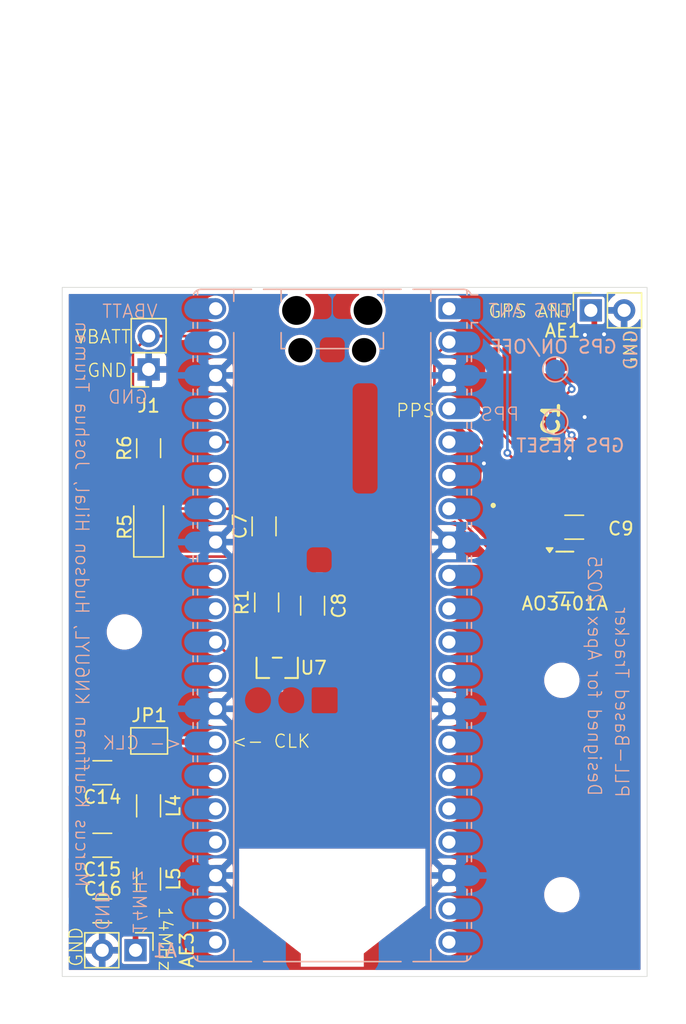
<source format=kicad_pcb>
(kicad_pcb (version 20241229) (generator "pcbnew") (generator_version "9.0")
  (layers (0 "F.Cu" signal) (2 "B.Cu" signal) (13 "F.Paste" user) (15 "B.Paste" user) (5 "F.SilkS" user "F.Silkscreen") (7 "B.SilkS" user "B.Silkscreen") (1 "F.Mask" user) (3 "B.Mask" user) (25 "Edge.Cuts" user))
  (net 0 "")
  (net 6 "GND")
  (net 9 "/GP2")
  (net 12 "/UART1_RX")
  (net 18 "/RESET")
  (net 20 "/MEASURE_VBAT")
  (net 25 "/GP5")
  (net 26 "/UART1_TX")
  (net 30 "+3V3")
  (net 32 "/CLK")
  (net 33 "Net-(AE1-A)")
  (net 34 "Net-(AE3-A)")
  (net 35 "Net-(U7-VCC)")
  (net 36 "Net-(JP1-B)")
  (net 37 "Net-(C15-Pad1)")
  (net 42 "Net-(IC1-ON{slash}OFF)")
  (net 43 "Net-(IC1-NRESET)")
  (net 48 "+BATT")
  (net 49 "Net-(IC1-VCC)")
  (footprint "Capacitor_SMD:C_1206_3216Metric" (layer "F.Cu") (at 66.47 115.25 180)
    (property "Reference" "C15" (at 0 -1.85 0) (layer "F.SilkS"))
    (property "Value" "300pF")
    (pad "1" smd roundrect (at -1.475 0 180) (size 1.15 1.8) (layers "F.Cu" "F.Mask" "F.Paste") (roundrect_rratio 0.217391) (net 37 "Net-(C15-Pad1)"))
    (pad "2" smd roundrect (at 1.475 0 180) (size 1.15 1.8) (layers "F.Cu" "F.Mask" "F.Paste") (roundrect_rratio 0.217391) (net 6 "GND"))
  )
  (footprint "Capacitor_SMD:C_1206_3216Metric" (layer "F.Cu") (at 66.47 109.725 180)
    (property "Reference" "C14" (at 0 -1.85 0) (layer "F.SilkS"))
    (property "Value" "180pF")
    (pad "1" smd roundrect (at -1.475 0 180) (size 1.15 1.8) (layers "F.Cu" "F.Mask" "F.Paste") (roundrect_rratio 0.217391) (net 36 "Net-(JP1-B)"))
    (pad "2" smd roundrect (at 1.475 0 180) (size 1.15 1.8) (layers "F.Cu" "F.Mask" "F.Paste") (roundrect_rratio 0.217391) (net 6 "GND"))
  )
  (footprint "Jumper:SolderJumper-2_P1.3mm_Open_Pad1.0x1.5mm" (layer "F.Cu") (at 70.04 107.3 180)
    (property "Reference" "JP1" (at 0 1.95 0) (layer "F.SilkS"))
    (property "Value" "SolderJumper_2_Open")
    (pad "1" smd rect (at -0.65 0 180) (size 1 1.5) (layers "F.Cu" "F.Mask") (net 32 "/CLK"))
    (pad "2" smd rect (at 0.65 0 180) (size 1 1.5) (layers "F.Cu" "F.Mask") (net 36 "Net-(JP1-B)"))
  )
  (footprint "PCM_JLCPCB:Q_SOT-23" (layer "F.Cu") (at 101.73 94.44)
    (property "Reference" "Q2" (hide yes))
    (property "Value" "AO3401A" (at 0 2.4 0) (layer "F.SilkS"))
    (pad "1" smd roundrect (at -0.94 -0.95) (size 1.48 0.6) (layers "F.Cu" "F.Mask" "F.Paste") (net 25 "/GP5"))
    (pad "2" smd roundrect (at -0.94 0.95) (size 1.48 0.6) (layers "F.Cu" "F.Mask" "F.Paste") (net 30 "+3V3"))
    (pad "3" smd roundrect (at 0.94 0) (size 1.48 0.6) (layers "F.Cu" "F.Mask" "F.Paste") (net 49 "Net-(IC1-VCC)"))
  )
  (footprint "Capacitor_SMD:C_1206_3216Metric" (layer "F.Cu") (at 70 85 90)
    (property "Reference" "R6" (at 0 -1.85 90) (layer "F.SilkS"))
    (property "Value" "100kΩ")
    (pad "1" smd roundrect (at -1.475 0 90) (size 1.15 1.8) (layers "F.Cu" "F.Mask" "F.Paste") (roundrect_rratio 0.217391) (net 20 "/MEASURE_VBAT"))
    (pad "2" smd roundrect (at 1.475 0 90) (size 1.15 1.8) (layers "F.Cu" "F.Mask" "F.Paste") (roundrect_rratio 0.217391) (net 6 "GND"))
  )
  (footprint "footprints1:SOT-23_ONS" (layer "F.Cu") (at 79.80004 101.734 180)
    (property "Reference" "U7" (at -2.77996 0 0) (layer "F.SilkS"))
    (property "Value" "MAX809STRG")
    (pad "1" smd rect (at -0.94996 1.016 180) (size 0.5588 1.27) (layers "F.Cu" "F.Mask" "F.Paste") (net 6 "GND"))
    (pad "2" smd rect (at 0.94996 1.016 180) (size 0.5588 1.27) (layers "F.Cu" "F.Mask" "F.Paste") (net 18 "/RESET"))
    (pad "3" smd rect (at 0 -1.016 180) (size 0.5588 1.27) (layers "F.Cu" "F.Mask" "F.Paste") (net 35 "Net-(U7-VCC)"))
  )
  (footprint "Connector_PinSocket_2.54mm:PinSocket_1x02_P2.54mm_Vertical" (layer "F.Cu") (at 70 79 180)
    (property "Reference" "J1" (at 0 -2.77 0) (layer "F.SilkS"))
    (property "Value" "Conn_01x02_Pin")
    (pad "1" thru_hole rect (at 0 0 180) (size 1.7 1.7) (drill 1) (layers "*.Cu" "*.Mask") (net 6 "GND"))
    (pad "2" thru_hole oval (at 0 2.54 180) (size 1.7 1.7) (drill 1) (layers "*.Cu" "*.Mask") (net 48 "+BATT"))
  )
  (footprint "Capacitor_SMD:C_1206_3216Metric" (layer "F.Cu") (at 79 96.75 -90)
    (property "Reference" "R1" (at 0 1.9 90) (layer "F.SilkS"))
    (property "Value" "10kΩ")
    (pad "1" smd roundrect (at -1.475 0 270) (size 1.15 1.8) (layers "F.Cu" "F.Mask" "F.Paste") (roundrect_rratio 0.217391) (net 48 "+BATT"))
    (pad "2" smd roundrect (at 1.475 0 270) (size 1.15 1.8) (layers "F.Cu" "F.Mask" "F.Paste") (roundrect_rratio 0.217391) (net 35 "Net-(U7-VCC)"))
  )
  (footprint "Capacitor_SMD:C_1206_3216Metric" (layer "F.Cu") (at 66.47 120.25 180)
    (property "Reference" "C16" (at -0.04 1.67 0) (layer "F.SilkS"))
    (property "Value" "180pF")
    (pad "1" smd roundrect (at -1.475 0 180) (size 1.15 1.8) (layers "F.Cu" "F.Mask" "F.Paste") (roundrect_rratio 0.217391) (net 34 "Net-(AE3-A)"))
    (pad "2" smd roundrect (at 1.475 0 180) (size 1.15 1.8) (layers "F.Cu" "F.Mask" "F.Paste") (roundrect_rratio 0.217391) (net 6 "GND"))
  )
  (footprint "Inductor_SMD:L_1206_3216Metric" (layer "F.Cu") (at 69.995 117.825 -90)
    (property "Reference" "L5" (at 0 -1.9 90) (layer "F.SilkS"))
    (property "Value" "560nH")
    (pad "1" smd roundrect (at -1.575 0 270) (size 1.05 1.9) (layers "F.Cu" "F.Mask" "F.Paste") (roundrect_rratio 0.238095) (net 37 "Net-(C15-Pad1)"))
    (pad "2" smd roundrect (at 1.575 0 270) (size 1.05 1.9) (layers "F.Cu" "F.Mask" "F.Paste") (roundrect_rratio 0.238095) (net 34 "Net-(AE3-A)"))
  )
  (footprint "Capacitor_SMD:C_1206_3216Metric" (layer "F.Cu") (at 102.445 91.02 180)
    (property "Reference" "C9" (at -3.555 -0.11 0) (layer "F.SilkS"))
    (property "Value" "100nF")
    (pad "1" smd roundrect (at -1.475 0 180) (size 1.15 1.8) (layers "F.Cu" "F.Mask" "F.Paste") (roundrect_rratio 0.217391) (net 49 "Net-(IC1-VCC)"))
    (pad "2" smd roundrect (at 1.475 0 180) (size 1.15 1.8) (layers "F.Cu" "F.Mask" "F.Paste") (roundrect_rratio 0.217391) (net 6 "GND"))
  )
  (footprint "Connector_PinHeader_2.54mm:PinHeader_1x02_P2.54mm_Vertical" (layer "F.Cu") (at 69 123.25 -90)
    (property "Reference" "AE3" (at -0.03 -3.91 90) (layer "F.SilkS"))
    (property "Value" "HF 14MHz ANT")
    (pad "1" thru_hole rect (at 0 0 270) (size 1.7 1.7) (drill 1) (layers "*.Cu" "*.Mask") (net 34 "Net-(AE3-A)"))
    (pad "2" thru_hole oval (at 0 2.54 270) (size 1.7 1.7) (drill 1) (layers "*.Cu" "*.Mask") (net 6 "GND"))
  )
  (footprint "Connector_PinSocket_2.54mm:PinSocket_1x02_P2.54mm_Vertical" (layer "F.Cu") (at 103.71 74.5 90)
    (property "Reference" "AE1" (at -1.55 -2.15 180) (layer "F.SilkS"))
    (property "Value" "Antenna_Shield")
    (pad "1" thru_hole rect (at 0 0 90) (size 1.7 1.7) (drill 1) (layers "*.Cu" "*.Mask") (net 33 "Net-(AE1-A)"))
    (pad "2" thru_hole oval (at 0 2.54 90) (size 1.7 1.7) (drill 1) (layers "*.Cu" "*.Mask") (net 6 "GND"))
  )
  (footprint "MountingHole:MountingHole_2.2mm_M2" (layer "F.Cu") (at 101.5 119.02)
    (property "Reference" "REF**" (hide yes))
    (property "Value" "MountingHole_2.2mm_M2")
    (pad "" np_thru_hole circle (at 0 0) (size 2.2 2.2) (drill 2.2) (layers "*.Cu" "*.Mask"))
  )
  (footprint "ATGM336H-5N31:ATGM336H5N31" (layer "F.Cu") (at 100.67 83.06 -90)
    (property "Reference" "IC1" (at 0 0 90) (layer "F.SilkS") (effects (font (size 1.27 1.27) (thickness 0.254))))
    (property "Value" "ATGM336H-5N31" (hide yes))
    (pad "1" smd rect (at 4.85 4.4) (size 0.8 1.8) (layers "F.Cu" "F.Mask" "F.Paste") (net 6 "GND"))
    (pad "2" smd rect (at 4.85 3.3) (size 0.8 1.8) (layers "F.Cu" "F.Mask" "F.Paste") (net 12 "/UART1_RX"))
    (pad "3" smd rect (at 4.85 2.2) (size 0.8 1.8) (layers "F.Cu" "F.Mask" "F.Paste") (net 26 "/UART1_TX"))
    (pad "4" smd rect (at 4.85 1.1) (size 0.8 1.8) (layers "F.Cu" "F.Mask" "F.Paste") (net 9 "/GP2"))
    (pad "5" smd rect (at 4.85 0) (size 0.8 1.8) (layers "F.Cu" "F.Mask" "F.Paste") (net 42 "Net-(IC1-ON{slash}OFF)"))
    (pad "6" smd rect (at 4.85 -1.1) (size 0.8 1.8) (layers "F.Cu" "F.Mask" "F.Paste"))
    (pad "7" smd rect (at 4.85 -2.2) (size 0.8 1.8) (layers "F.Cu" "F.Mask" "F.Paste"))
    (pad "8" smd rect (at 4.85 -3.3) (size 0.8 1.8) (layers "F.Cu" "F.Mask" "F.Paste") (net 49 "Net-(IC1-VCC)"))
    (pad "9" smd rect (at 4.85 -4.4) (size 0.8 1.8) (layers "F.Cu" "F.Mask" "F.Paste") (net 43 "Net-(IC1-NRESET)"))
    (pad "10" smd rect (at -4.85 -4.4) (size 0.8 1.8) (layers "F.Cu" "F.Mask" "F.Paste") (net 6 "GND"))
    (pad "11" smd rect (at -4.85 -3.3) (size 0.8 1.8) (layers "F.Cu" "F.Mask" "F.Paste") (net 33 "Net-(AE1-A)"))
    (pad "12" smd rect (at -4.85 -2.2) (size 0.8 1.8) (layers "F.Cu" "F.Mask" "F.Paste") (net 6 "GND"))
    (pad "13" smd rect (at -4.85 -1.1) (size 0.8 1.8) (layers "F.Cu" "F.Mask" "F.Paste"))
    (pad "14" smd rect (at -4.85 0) (size 0.8 1.8) (layers "F.Cu" "F.Mask" "F.Paste"))
    (pad "15" smd rect (at -4.85 1.1) (size 0.8 1.8) (layers "F.Cu" "F.Mask" "F.Paste"))
    (pad "16" smd rect (at -4.85 2.2) (size 0.8 1.8) (layers "F.Cu" "F.Mask" "F.Paste"))
    (pad "17" smd rect (at -4.85 3.3) (size 0.8 1.8) (layers "F.Cu" "F.Mask" "F.Paste"))
    (pad "18" smd rect (at -4.85 4.4) (size 0.8 1.8) (layers "F.Cu" "F.Mask" "F.Paste"))
  )
  (footprint "Inductor_SMD:L_1206_3216Metric" (layer "F.Cu") (at 69.995 112.25 -90)
    (property "Reference" "L4" (at 0 -1.9 90) (layer "F.SilkS"))
    (property "Value" "560nH")
    (pad "1" smd roundrect (at -1.575 0 270) (size 1.05 1.9) (layers "F.Cu" "F.Mask" "F.Paste") (roundrect_rratio 0.238095) (net 36 "Net-(JP1-B)"))
    (pad "2" smd roundrect (at 1.575 0 270) (size 1.05 1.9) (layers "F.Cu" "F.Mask" "F.Paste") (roundrect_rratio 0.238095) (net 37 "Net-(C15-Pad1)"))
  )
  (footprint "Capacitor_SMD:C_1206_3216Metric" (layer "F.Cu") (at 82.5 97 90)
    (property "Reference" "C8" (at 0 2 90) (layer "F.SilkS"))
    (property "Value" "100nF")
    (pad "1" smd roundrect (at -1.475 0 90) (size 1.15 1.8) (layers "F.Cu" "F.Mask" "F.Paste") (roundrect_rratio 0.217391) (net 35 "Net-(U7-VCC)"))
    (pad "2" smd roundrect (at 1.475 0 90) (size 1.15 1.8) (layers "F.Cu" "F.Mask" "F.Paste") (roundrect_rratio 0.217391) (net 6 "GND"))
  )
  (footprint "Capacitor_SMD:C_1206_3216Metric" (layer "F.Cu") (at 78.8 90.955 90)
    (property "Reference" "C7" (at 0 -1.85 90) (layer "F.SilkS"))
    (property "Value" "1nF")
    (pad "1" smd roundrect (at -1.475 0 90) (size 1.15 1.8) (layers "F.Cu" "F.Mask" "F.Paste") (roundrect_rratio 0.217391) (net 6 "GND"))
    (pad "2" smd roundrect (at 1.475 0 90) (size 1.15 1.8) (layers "F.Cu" "F.Mask" "F.Paste") (roundrect_rratio 0.217391) (net 20 "/MEASURE_VBAT"))
  )
  (footprint "MountingHole:MountingHole_2.2mm_M2" (layer "F.Cu") (at 68.15 99)
    (property "Reference" "REF**" (hide yes))
    (property "Value" "MountingHole_2.2mm_M2")
    (pad "" np_thru_hole circle (at 0 0) (size 2.2 2.2) (drill 2.2) (layers "*.Cu" "*.Mask"))
  )
  (footprint "MountingHole:MountingHole_2.2mm_M2" (layer "F.Cu") (at 101.5 102.68)
    (property "Reference" "REF**" (hide yes))
    (property "Value" "MountingHole_2.2mm_M2")
    (pad "" np_thru_hole circle (at 0 0) (size 2.2 2.2) (drill 2.2) (layers "*.Cu" "*.Mask"))
  )
  (footprint "Diode_SMD:D_1206_3216Metric" (layer "F.Cu") (at 70 91 90)
    (property "Reference" "R5" (at 0 -1.82 90) (layer "F.SilkS"))
    (property "Value" "200kΩ")
    (pad "1" smd roundrect (at -1.4 0 90) (size 1.25 1.75) (layers "F.Cu" "F.Mask" "F.Paste") (roundrect_rratio 0.2) (net 48 "+BATT"))
    (pad "2" smd roundrect (at 1.4 0 90) (size 1.25 1.75) (layers "F.Cu" "F.Mask" "F.Paste") (roundrect_rratio 0.2) (net 20 "/MEASURE_VBAT"))
  )
  (footprint "Module:RaspberryPi_Pico_Common_Unspecified" (layer "B.Cu") (at 84 98.505 180)
    (property "Reference" "A1" (at 11.7475 -24.765 0) (layer "B.SilkS") (effects (justify left mirror)))
    (property "Value" "RaspberryPi_Pico")
    (pad "" np_thru_hole circle (at -2.725 24 180) (size 2.2 2.2) (drill 2.2) (layers "*.Mask"))
    (pad "" np_thru_hole circle (at -2.425 20.97 180) (size 1.85 1.85) (drill 1.85) (layers "*.Mask"))
    (pad "" np_thru_hole circle (at 2.425 20.97 180) (size 1.85 1.85) (drill 1.85) (layers "*.Mask"))
    (pad "" np_thru_hole circle (at 2.725 24 180) (size 2.2 2.2) (drill 2.2) (layers "*.Mask"))
    (pad "1" smd custom (at -9.69 24.13 180) (size 1.6 0.8) (layers "B.Cu" "B.Mask") (net 26 "/UART1_TX") (options (clearance outline) (anchor rect)) (primitives (gr_circle (center 0.8 0) (end 1.6 0) (width 0) (fill yes)) (gr_poly (pts (xy -1.6 0.6) (xy -1.6 -0.6) (xy -1.4 -0.8) (xy 0.8 -0.8) (xy 0.8 0.8) (xy -1.4 0.8)) (width 0) (fill yes)) (gr_circle (center -1.4 0.6) (end -1.2 0.6) (width 0) (fill yes)) (gr_circle (center -1.4 -0.6) (end -1.2 -0.6) (width 0) (fill yes))))
    (pad "1" thru_hole roundrect (at -8.89 24.13 180) (size 1.6 1.6) (drill 1) (layers "*.Cu" "*.Mask") (roundrect_rratio 0.125) (net 26 "/UART1_TX"))
    (pad "2" smd roundrect (at -9.69 21.59 180) (size 3.2 1.6) (layers "B.Cu" "B.Mask") (roundrect_rratio 0.5) (net 12 "/UART1_RX"))
    (pad "2" thru_hole circle (at -8.89 21.59 180) (size 1.6 1.6) (drill 1) (layers "*.Cu" "*.Mask") (net 12 "/UART1_RX"))
    (pad "3" smd custom (at -9.69 19.05 180) (size 1.6 0.8) (layers "B.Cu" "B.Mask") (net 6 "GND") (options (clearance outline) (anchor rect)) (primitives (gr_circle (center -0.8 0) (end 0 0) (width 0) (fill yes)) (gr_poly (pts (xy 1.6 0.6) (xy 1.6 -0.6) (xy 1.4 -0.8) (xy -0.8 -0.8) (xy -0.8 0.8) (xy 1.4 0.8)) (width 0) (fill yes)) (gr_circle (center 1.4 0.6) (end 1.6 0.6) (width 0) (fill yes)) (gr_circle (center 1.4 -0.6) (end 1.6 -0.6) (width 0) (fill yes))))
    (pad "3" thru_hole custom (at -8.89 19.05 180) (size 1.6 1.6) (drill 1) (layers "*.Cu" "*.Mask") (net 6 "GND") (options (clearance outline) (anchor circle)) (primitives (gr_poly (pts (xy 0.8 -0.6) (xy 0.8 0.6) (xy 0.6 0.8) (xy 0 0.8) (xy 0 -0.8) (xy 0.6 -0.8)) (width 0) (fill yes)) (gr_circle (center 0.6 -0.6) (end 0.8 -0.6) (width 0) (fill yes)) (gr_circle (center 0.6 0.6) (end 0.8 0.6) (width 0) (fill yes))))
    (pad "4" smd roundrect (at -9.69 16.51 180) (size 3.2 1.6) (layers "B.Cu" "B.Mask") (roundrect_rratio 0.5) (net 9 "/GP2"))
    (pad "4" thru_hole circle (at -8.89 16.51 180) (size 1.6 1.6) (drill 1) (layers "*.Cu" "*.Mask") (net 9 "/GP2"))
    (pad "5" smd roundrect (at -9.69 13.97 180) (size 3.2 1.6) (layers "B.Cu" "B.Mask") (roundrect_rratio 0.5))
    (pad "5" thru_hole circle (at -8.89 13.97 180) (size 1.6 1.6) (drill 1) (layers "*.Cu" "*.Mask"))
    (pad "6" smd roundrect (at -9.69 11.43 180) (size 3.2 1.6) (layers "B.Cu" "B.Mask") (roundrect_rratio 0.5))
    (pad "6" thru_hole circle (at -8.89 11.43 180) (size 1.6 1.6) (drill 1) (layers "*.Cu" "*.Mask"))
    (pad "7" smd roundrect (at -9.69 8.89 180) (size 3.2 1.6) (layers "B.Cu" "B.Mask") (roundrect_rratio 0.5) (net 25 "/GP5"))
    (pad "7" thru_hole circle (at -8.89 8.89 180) (size 1.6 1.6) (drill 1) (layers "*.Cu" "*.Mask") (net 25 "/GP5"))
    (pad "8" smd custom (at -9.69 6.35 180) (size 1.6 0.8) (layers "B.Cu" "B.Mask") (net 6 "GND") (options (clearance outline) (anchor rect)) (primitives (gr_circle (center -0.8 0) (end 0 0) (width 0) (fill yes)) (gr_poly (pts (xy 1.6 0.6) (xy 1.6 -0.6) (xy 1.4 -0.8) (xy -0.8 -0.8) (xy -0.8 0.8) (xy 1.4 0.8)) (width 0) (fill yes)) (gr_circle (center 1.4 0.6) (end 1.6 0.6) (width 0) (fill yes)) (gr_circle (center 1.4 -0.6) (end 1.6 -0.6) (width 0) (fill yes))))
    (pad "8" thru_hole custom (at -8.89 6.35 180) (size 1.6 1.6) (drill 1) (layers "*.Cu" "*.Mask") (net 6 "GND") (options (clearance outline) (anchor circle)) (primitives (gr_poly (pts (xy 0.8 -0.6) (xy 0.8 0.6) (xy 0.6 0.8) (xy 0 0.8) (xy 0 -0.8) (xy 0.6 -0.8)) (width 0) (fill yes)) (gr_circle (center 0.6 -0.6) (end 0.8 -0.6) (width 0) (fill yes)) (gr_circle (center 0.6 0.6) (end 0.8 0.6) (width 0) (fill yes))))
    (pad "9" smd roundrect (at -9.69 3.81 180) (size 3.2 1.6) (layers "B.Cu" "B.Mask") (roundrect_rratio 0.5))
    (pad "9" thru_hole circle (at -8.89 3.81 180) (size 1.6 1.6) (drill 1) (layers "*.Cu" "*.Mask"))
    (pad "10" smd roundrect (at -9.69 1.27 180) (size 3.2 1.6) (layers "B.Cu" "B.Mask") (roundrect_rratio 0.5))
    (pad "10" thru_hole circle (at -8.89 1.27 180) (size 1.6 1.6) (drill 1) (layers "*.Cu" "*.Mask"))
    (pad "11" smd roundrect (at -9.69 -1.27 180) (size 3.2 1.6) (layers "B.Cu" "B.Mask") (roundrect_rratio 0.5))
    (pad "11" thru_hole circle (at -8.89 -1.27 180) (size 1.6 1.6) (drill 1) (layers "*.Cu" "*.Mask"))
    (pad "12" smd roundrect (at -9.69 -3.81 180) (size 3.2 1.6) (layers "B.Cu" "B.Mask") (roundrect_rratio 0.5))
    (pad "12" thru_hole circle (at -8.89 -3.81 180) (size 1.6 1.6) (drill 1) (layers "*.Cu" "*.Mask"))
    (pad "13" smd custom (at -9.69 -6.35 180) (size 1.6 0.8) (layers "B.Cu" "B.Mask") (net 6 "GND") (options (clearance outline) (anchor rect)) (primitives (gr_circle (center -0.8 0) (end 0 0) (width 0) (fill yes)) (gr_poly (pts (xy 1.6 0.6) (xy 1.6 -0.6) (xy 1.4 -0.8) (xy -0.8 -0.8) (xy -0.8 0.8) (xy 1.4 0.8)) (width 0) (fill yes)) (gr_circle (center 1.4 0.6) (end 1.6 0.6) (width 0) (fill yes)) (gr_circle (center 1.4 -0.6) (end 1.6 -0.6) (width 0) (fill yes))))
    (pad "13" thru_hole custom (at -8.89 -6.35 180) (size 1.6 1.6) (drill 1) (layers "*.Cu" "*.Mask") (net 6 "GND") (options (clearance outline) (anchor circle)) (primitives (gr_poly (pts (xy 0.8 -0.6) (xy 0.8 0.6) (xy 0.6 0.8) (xy 0 0.8) (xy 0 -0.8) (xy 0.6 -0.8)) (width 0) (fill yes)) (gr_circle (center 0.6 -0.6) (end 0.8 -0.6) (width 0) (fill yes)) (gr_circle (center 0.6 0.6) (end 0.8 0.6) (width 0) (fill yes))))
    (pad "14" smd roundrect (at -9.69 -8.89 180) (size 3.2 1.6) (layers "B.Cu" "B.Mask") (roundrect_rratio 0.5))
    (pad "14" thru_hole circle (at -8.89 -8.89 180) (size 1.6 1.6) (drill 1) (layers "*.Cu" "*.Mask"))
    (pad "15" smd roundrect (at -9.69 -11.43 180) (size 3.2 1.6) (layers "B.Cu" "B.Mask") (roundrect_rratio 0.5))
    (pad "15" thru_hole circle (at -8.89 -11.43 180) (size 1.6 1.6) (drill 1) (layers "*.Cu" "*.Mask"))
    (pad "16" smd roundrect (at -9.69 -13.97 180) (size 3.2 1.6) (layers "B.Cu" "B.Mask") (roundrect_rratio 0.5))
    (pad "16" thru_hole circle (at -8.89 -13.97 180) (size 1.6 1.6) (drill 1) (layers "*.Cu" "*.Mask"))
    (pad "17" smd roundrect (at -9.69 -16.51 180) (size 3.2 1.6) (layers "B.Cu" "B.Mask") (roundrect_rratio 0.5))
    (pad "17" thru_hole circle (at -8.89 -16.51 180) (size 1.6 1.6) (drill 1) (layers "*.Cu" "*.Mask"))
    (pad "18" smd custom (at -9.69 -19.05 180) (size 1.6 0.8) (layers "B.Cu" "B.Mask") (net 6 "GND") (options (clearance outline) (anchor rect)) (primitives (gr_circle (center -0.8 0) (end 0 0) (width 0) (fill yes)) (gr_poly (pts (xy 1.6 0.6) (xy 1.6 -0.6) (xy 1.4 -0.8) (xy -0.8 -0.8) (xy -0.8 0.8) (xy 1.4 0.8)) (width 0) (fill yes)) (gr_circle (center 1.4 0.6) (end 1.6 0.6) (width 0) (fill yes)) (gr_circle (center 1.4 -0.6) (end 1.6 -0.6) (width 0) (fill yes))))
    (pad "18" thru_hole custom (at -8.89 -19.05 180) (size 1.6 1.6) (drill 1) (layers "*.Cu" "*.Mask") (net 6 "GND") (options (clearance outline) (anchor circle)) (primitives (gr_poly (pts (xy 0.8 -0.6) (xy 0.8 0.6) (xy 0.6 0.8) (xy 0 0.8) (xy 0 -0.8) (xy 0.6 -0.8)) (width 0) (fill yes)) (gr_circle (center 0.6 -0.6) (end 0.8 -0.6) (width 0) (fill yes)) (gr_circle (center 0.6 0.6) (end 0.8 0.6) (width 0) (fill yes))))
    (pad "19" smd roundrect (at -9.69 -21.59 180) (size 3.2 1.6) (layers "B.Cu" "B.Mask") (roundrect_rratio 0.5))
    (pad "19" thru_hole circle (at -8.89 -21.59 180) (size 1.6 1.6) (drill 1) (layers "*.Cu" "*.Mask"))
    (pad "20" smd roundrect (at -9.69 -24.13 180) (size 3.2 1.6) (layers "B.Cu" "B.Mask") (roundrect_rratio 0.5))
    (pad "20" thru_hole circle (at -8.89 -24.13 180) (size 1.6 1.6) (drill 1) (layers "*.Cu" "*.Mask"))
    (pad "21" thru_hole circle (at 8.89 -24.13 180) (size 1.6 1.6) (drill 1) (layers "*.Cu" "*.Mask"))
    (pad "21" smd roundrect (at 9.69 -24.13 180) (size 3.2 1.6) (layers "B.Cu" "B.Mask") (roundrect_rratio 0.5))
    (pad "22" thru_hole circle (at 8.89 -21.59 180) (size 1.6 1.6) (drill 1) (layers "*.Cu" "*.Mask"))
    (pad "22" smd roundrect (at 9.69 -21.59 180) (size 3.2 1.6) (layers "B.Cu" "B.Mask") (roundrect_rratio 0.5))
    (pad "23" thru_hole custom (at 8.89 -19.05 180) (size 1.6 1.6) (drill 1) (layers "*.Cu" "*.Mask") (net 6 "GND") (options (clearance outline) (anchor circle)) (primitives (gr_poly (pts (xy -0.8 -0.6) (xy -0.8 0.6) (xy -0.6 0.8) (xy 0 0.8) (xy 0 -0.8) (xy -0.6 -0.8)) (width 0) (fill yes)) (gr_circle (center -0.6 -0.6) (end -0.4 -0.6) (width 0) (fill yes)) (gr_circle (center -0.6 0.6) (end -0.4 0.6) (width 0) (fill yes))))
    (pad "23" smd custom (at 9.69 -19.05 180) (size 1.6 0.8) (layers "B.Cu" "B.Mask") (net 6 "GND") (options (clearance outline) (anchor rect)) (primitives (gr_circle (center 0.8 0) (end 1.6 0) (width 0) (fill yes)) (gr_poly (pts (xy -1.6 0.6) (xy -1.6 -0.6) (xy -1.4 -0.8) (xy 0.8 -0.8) (xy 0.8 0.8) (xy -1.4 0.8)) (width 0) (fill yes)) (gr_circle (center -1.4 0.6) (end -1.2 0.6) (width 0) (fill yes)) (gr_circle (center -1.4 -0.6) (end -1.2 -0.6) (width 0) (fill yes))))
    (pad "24" thru_hole circle (at 8.89 -16.51 180) (size 1.6 1.6) (drill 1) (layers "*.Cu" "*.Mask"))
    (pad "24" smd roundrect (at 9.69 -16.51 180) (size 3.2 1.6) (layers "B.Cu" "B.Mask") (roundrect_rratio 0.5))
    (pad "25" thru_hole circle (at 8.89 -13.97 180) (size 1.6 1.6) (drill 1) (layers "*.Cu" "*.Mask"))
    (pad "25" smd roundrect (at 9.69 -13.97 180) (size 3.2 1.6) (layers "B.Cu" "B.Mask") (roundrect_rratio 0.5))
    (pad "26" thru_hole circle (at 8.89 -11.43 180) (size 1.6 1.6) (drill 1) (layers "*.Cu" "*.Mask"))
    (pad "26" smd roundrect (at 9.69 -11.43 180) (size 3.2 1.6) (layers "B.Cu" "B.Mask") (roundrect_rratio 0.5))
    (pad "27" thru_hole circle (at 8.89 -8.89 180) (size 1.6 1.6) (drill 1) (layers "*.Cu" "*.Mask") (net 32 "/CLK"))
    (pad "27" smd roundrect (at 9.69 -8.89 180) (size 3.2 1.6) (layers "B.Cu" "B.Mask") (roundrect_rratio 0.5) (net 32 "/CLK"))
    (pad "28" thru_hole custom (at 8.89 -6.35 180) (size 1.6 1.6) (drill 1) (layers "*.Cu" "*.Mask") (net 6 "GND") (options (clearance outline) (anchor circle)) (primitives (gr_poly (pts (xy -0.8 -0.6) (xy -0.8 0.6) (xy -0.6 0.8) (xy 0 0.8) (xy 0 -0.8) (xy -0.6 -0.8)) (width 0) (fill yes)) (gr_circle (center -0.6 -0.6) (end -0.4 -0.6) (width 0) (fill yes)) (gr_circle (center -0.6 0.6) (end -0.4 0.6) (width 0) (fill yes))))
    (pad "28" smd custom (at 9.69 -6.35 180) (size 1.6 0.8) (layers "B.Cu" "B.Mask") (net 6 "GND") (options (clearance outline) (anchor rect)) (primitives (gr_circle (center 0.8 0) (end 1.6 0) (width 0) (fill yes)) (gr_poly (pts (xy -1.6 0.6) (xy -1.6 -0.6) (xy -1.4 -0.8) (xy 0.8 -0.8) (xy 0.8 0.8) (xy -1.4 0.8)) (width 0) (fill yes)) (gr_circle (center -1.4 0.6) (end -1.2 0.6) (width 0) (fill yes)) (gr_circle (center -1.4 -0.6) (end -1.2 -0.6) (width 0) (fill yes))))
    (pad "29" thru_hole circle (at 8.89 -3.81 180) (size 1.6 1.6) (drill 1) (layers "*.Cu" "*.Mask"))
    (pad "29" smd roundrect (at 9.69 -3.81 180) (size 3.2 1.6) (layers "B.Cu" "B.Mask") (roundrect_rratio 0.5))
    (pad "30" thru_hole circle (at 8.89 -1.27 180) (size 1.6 1.6) (drill 1) (layers "*.Cu" "*.Mask") (net 18 "/RESET"))
    (pad "30" smd roundrect (at 9.69 -1.27 180) (size 3.2 1.6) (layers "B.Cu" "B.Mask") (roundrect_rratio 0.5) (net 18 "/RESET"))
    (pad "31" thru_hole circle (at 8.89 1.27 180) (size 1.6 1.6) (drill 1) (layers "*.Cu" "*.Mask"))
    (pad "31" smd roundrect (at 9.69 1.27 180) (size 3.2 1.6) (layers "B.Cu" "B.Mask") (roundrect_rratio 0.5))
    (pad "32" thru_hole circle (at 8.89 3.81 180) (size 1.6 1.6) (drill 1) (layers "*.Cu" "*.Mask"))
    (pad "32" smd roundrect (at 9.69 3.81 180) (size 3.2 1.6) (layers "B.Cu" "B.Mask") (roundrect_rratio 0.5))
    (pad "33" thru_hole custom (at 8.89 6.35 180) (size 1.6 1.6) (drill 1) (layers "*.Cu" "*.Mask") (net 6 "GND") (options (clearance outline) (anchor circle)) (primitives (gr_poly (pts (xy -0.8 -0.6) (xy -0.8 0.6) (xy -0.6 0.8) (xy 0 0.8) (xy 0 -0.8) (xy -0.6 -0.8)) (width 0) (fill yes)) (gr_circle (center -0.6 -0.6) (end -0.4 -0.6) (width 0) (fill yes)) (gr_circle (center -0.6 0.6) (end -0.4 0.6) (width 0) (fill yes))))
    (pad "33" smd custom (at 9.69 6.35 180) (size 1.6 0.8) (layers "B.Cu" "B.Mask") (net 6 "GND") (options (clearance outline) (anchor rect)) (primitives (gr_circle (center 0.8 0) (end 1.6 0) (width 0) (fill yes)) (gr_poly (pts (xy -1.6 0.6) (xy -1.6 -0.6) (xy -1.4 -0.8) (xy 0.8 -0.8) (xy 0.8 0.8) (xy -1.4 0.8)) (width 0) (fill yes)) (gr_circle (center -1.4 0.6) (end -1.2 0.6) (width 0) (fill yes)) (gr_circle (center -1.4 -0.6) (end -1.2 -0.6) (width 0) (fill yes))))
    (pad "34" thru_hole circle (at 8.89 8.89 180) (size 1.6 1.6) (drill 1) (layers "*.Cu" "*.Mask") (net 20 "/MEASURE_VBAT"))
    (pad "34" smd roundrect (at 9.69 8.89 180) (size 3.2 1.6) (layers "B.Cu" "B.Mask") (roundrect_rratio 0.5) (net 20 "/MEASURE_VBAT"))
    (pad "35" thru_hole circle (at 8.89 11.43 180) (size 1.6 1.6) (drill 1) (layers "*.Cu" "*.Mask"))
    (pad "35" smd roundrect (at 9.69 11.43 180) (size 3.2 1.6) (layers "B.Cu" "B.Mask") (roundrect_rratio 0.5))
    (pad "36" thru_hole circle (at 8.89 13.97 180) (size 1.6 1.6) (drill 1) (layers "*.Cu" "*.Mask") (net 30 "+3V3"))
    (pad "36" smd roundrect (at 9.69 13.97 180) (size 3.2 1.6) (layers "B.Cu" "B.Mask") (roundrect_rratio 0.5) (net 30 "+3V3"))
    (pad "37" thru_hole circle (at 8.89 16.51 180) (size 1.6 1.6) (drill 1) (layers "*.Cu" "*.Mask"))
    (pad "37" smd roundrect (at 9.69 16.51 180) (size 3.2 1.6) (layers "B.Cu" "B.Mask") (roundrect_rratio 0.5))
    (pad "38" thru_hole custom (at 8.89 19.05 180) (size 1.6 1.6) (drill 1) (layers "*.Cu" "*.Mask") (net 6 "GND") (options (clearance outline) (anchor circle)) (primitives (gr_poly (pts (xy -0.8 -0.6) (xy -0.8 0.6) (xy -0.6 0.8) (xy 0 0.8) (xy 0 -0.8) (xy -0.6 -0.8)) (width 0) (fill yes)) (gr_circle (center -0.6 -0.6) (end -0.4 -0.6) (width 0) (fill yes)) (gr_circle (center -0.6 0.6) (end -0.4 0.6) (width 0) (fill yes))))
    (pad "38" smd custom (at 9.69 19.05 180) (size 1.6 0.8) (layers "B.Cu" "B.Mask") (net 6 "GND") (options (clearance outline) (anchor rect)) (primitives (gr_circle (center 0.8 0) (end 1.6 0) (width 0) (fill yes)) (gr_poly (pts (xy -1.6 0.6) (xy -1.6 -0.6) (xy -1.4 -0.8) (xy 0.8 -0.8) (xy 0.8 0.8) (xy -1.4 0.8)) (width 0) (fill yes)) (gr_circle (center -1.4 0.6) (end -1.2 0.6) (width 0) (fill yes)) (gr_circle (center -1.4 -0.6) (end -1.2 -0.6) (width 0) (fill yes))))
    (pad "39" thru_hole circle (at 8.89 21.59 180) (size 1.6 1.6) (drill 1) (layers "*.Cu" "*.Mask") (net 48 "+BATT"))
    (pad "39" smd roundrect (at 9.69 21.59 180) (size 3.2 1.6) (layers "B.Cu" "B.Mask") (roundrect_rratio 0.5) (net 48 "+BATT"))
    (pad "40" thru_hole circle (at 8.89 24.13 180) (size 1.6 1.6) (drill 1) (layers "*.Cu" "*.Mask"))
    (pad "40" smd roundrect (at 9.69 24.13 180) (size 3.2 1.6) (layers "B.Cu" "B.Mask") (roundrect_rratio 0.5))
    (zone (net 0) (net_name "") (layers "F.Cu" "B.Cu" "F.Paste" "B.Paste") (name "Antenna Copper Keep Out") (connect_pads (clearance 0)) (min_thickness 0.254)
      (keepout (tracks not_allowed) (vias not_allowed) (pads not_allowed) (copperpour not_allowed) (footprints allowed))
      (fill (thermal_gap 0.508) (thermal_bridge_width 0.508))
      (polygon (pts (xy 86.4 123.494895) (xy 91.1 119.844895) (xy 91.1 115.505) (xy 76.9 115.505) (xy 76.9 119.844895) (xy 81.6 123.494895) (xy 81.6 124.505) (xy 86.4 124.505)))
    )
    (zone (net 0) (net_name "") (layers "B.Cu" "B.Paste") (name "Pad Keep Out D1-W") (connect_pads (clearance 0)) (min_thickness 0.25)
      (keepout (tracks not_allowed) (vias not_allowed) (pads not_allowed) (copperpour not_allowed) (footprints allowed))
      (fill (thermal_gap 0.5) (thermal_bridge_width 0.5))
      (polygon (pts (xy 82.6285 105.1924) (xy 83.4159 105.1924) (xy 83.4159 103.2176) (xy 82.6285 103.2176) (xy 82.5891 103.219522) (xy 82.516298 103.249677) (xy 82.460577 103.305398) (xy 82.430422 103.3782) (xy 82.4285 103.4176) (xy 82.4285 104.9924) (xy 82.430422 105.0318) (xy 82.460577 105.104602) (xy 82.516298 105.160323) (xy 82.5891 105.190478)))
    )
    (zone (net 0) (net_name "") (layers "B.Cu" "B.Paste") (name "Pad Keep Out D1-W") (connect_pads (clearance 0)) (min_thickness 0.25)
      (keepout (tracks not_allowed) (vias not_allowed) (pads not_allowed) (copperpour not_allowed) (footprints allowed))
      (fill (thermal_gap 0.5) (thermal_bridge_width 0.5))
      (polygon (pts (xy 84.371222 103.305398) (xy 84.315502 103.249678) (xy 84.2427 103.219522) (xy 84.2033 103.2176) (xy 83.4159 103.2176) (xy 83.4159 105.1924) (xy 84.2033 105.1924) (xy 84.2427 105.190478) (xy 84.315502 105.160322) (xy 84.371222 105.104602) (xy 84.401378 105.0318) (xy 84.4033 104.9924) (xy 84.4033 103.4176) (xy 84.401378 103.3782)))
    )
    (zone (net 0) (net_name "") (layers "B.Cu" "B.Paste") (name "Pad Keep Out TP2") (connect_pads (clearance 0)) (min_thickness 0.25)
      (keepout (tracks not_allowed) (vias not_allowed) (pads not_allowed) (copperpour not_allowed) (footprints allowed))
      (fill (thermal_gap 0.5) (thermal_bridge_width 0.5))
      (polygon (pts (xy 83 75.17) (xy 82.55 75.17) (xy 82.484455 75.167861) (xy 82.357833 75.133933) (xy 82.244306 75.068388) (xy 82.151612 74.975694) (xy 82.086067 74.862167) (xy 82.052139 74.735545) (xy 82.05 74.67) (xy 82.05 73.77) (xy 82.052139 73.704455) (xy 82.086067 73.577833) (xy 82.151612 73.464306) (xy 82.244306 73.371612) (xy 82.357833 73.306067) (xy 82.484455 73.272139) (xy 82.55 73.27) (xy 83 73.27)))
    )
    (zone (net 0) (net_name "") (layers "B.Cu" "B.Paste") (name "Pad Keep Out TP7") (connect_pads (clearance 0)) (min_thickness 0.25)
      (keepout (tracks not_allowed) (vias not_allowed) (pads not_allowed) (copperpour not_allowed) (footprints allowed))
      (fill (thermal_gap 0.5) (thermal_bridge_width 0.5))
      (polygon (pts (xy 83 94.455) (xy 82.55 94.455) (xy 82.484455 94.452861) (xy 82.357833 94.418933) (xy 82.244306 94.353388) (xy 82.151612 94.260694) (xy 82.086067 94.147167) (xy 82.052139 94.020545) (xy 82.05 93.955) (xy 82.05 93.055) (xy 82.052139 92.989455) (xy 82.086067 92.862833) (xy 82.151612 92.749306) (xy 82.244306 92.656612) (xy 82.357833 92.591067) (xy 82.484455 92.557139) (xy 82.55 92.555) (xy 83 92.555)))
    )
    (zone (net 0) (net_name "") (layers "B.Cu" "B.Paste") (name "Pad Keep Out D2") (connect_pads (clearance 0)) (min_thickness 0.25)
      (keepout (tracks not_allowed) (vias not_allowed) (pads not_allowed) (copperpour not_allowed) (footprints allowed))
      (fill (thermal_gap 0.5) (thermal_bridge_width 0.5))
      (polygon (pts (xy 83.4 121.405) (xy 83.337036 121.407462) (xy 83.217272 121.446376) (xy 83.115394 121.520394) (xy 83.041376 121.622272) (xy 83.002462 121.742036) (xy 83 121.805) (arc (start 83 124.005) (mid 83.292893 124.712107) (end 84 125.005)) (xy 84 121.405)))
    )
    (zone (net 0) (net_name "") (layers "B.Cu" "B.Paste") (name "Pad Keep Out TP2") (connect_pads (clearance 0)) (min_thickness 0.25)
      (keepout (tracks not_allowed) (vias not_allowed) (pads not_allowed) (copperpour not_allowed) (footprints allowed))
      (fill (thermal_gap 0.5) (thermal_bridge_width 0.5))
      (polygon (pts (xy 83.947861 73.704455) (xy 83.913932 73.577833) (xy 83.848388 73.464306) (xy 83.755694 73.371612) (xy 83.642167 73.306068) (xy 83.515545 73.272139) (xy 83.45 73.27) (xy 83 73.27) (xy 83 75.17) (xy 83.45 75.17) (xy 83.515545 75.167861) (xy 83.642167 75.133932) (xy 83.755694 75.068388) (xy 83.848388 74.975694) (xy 83.913932 74.862167) (xy 83.947861 74.735545) (xy 83.95 74.67) (xy 83.95 73.77)))
    )
    (zone (net 0) (net_name "") (layers "B.Cu" "B.Paste") (name "Pad Keep Out TP7") (connect_pads (clearance 0)) (min_thickness 0.25)
      (keepout (tracks not_allowed) (vias not_allowed) (pads not_allowed) (copperpour not_allowed) (footprints allowed))
      (fill (thermal_gap 0.5) (thermal_bridge_width 0.5))
      (polygon (pts (xy 83.947861 92.989455) (xy 83.913932 92.862833) (xy 83.848388 92.749306) (xy 83.755694 92.656612) (xy 83.642167 92.591068) (xy 83.515545 92.557139) (xy 83.45 92.555) (xy 83 92.555) (xy 83 94.455) (xy 83.45 94.455) (xy 83.515545 94.452861) (xy 83.642167 94.418932) (xy 83.755694 94.353388) (xy 83.848388 94.260694) (xy 83.913932 94.147167) (xy 83.947861 94.020545) (xy 83.95 93.955) (xy 83.95 93.055)))
    )
    (zone (net 0) (net_name "") (layers "B.Cu" "B.Paste") (name "Pad Keep Out TP1") (connect_pads (clearance 0)) (min_thickness 0.25)
      (keepout (tracks not_allowed) (vias not_allowed) (pads not_allowed) (copperpour not_allowed) (footprints allowed))
      (fill (thermal_gap 0.5) (thermal_bridge_width 0.5))
      (polygon (pts (xy 84 78.455) (xy 83.55 78.455) (xy 83.484455 78.452861) (xy 83.357833 78.418933) (xy 83.244306 78.353388) (xy 83.151612 78.260694) (xy 83.086067 78.147167) (xy 83.052139 78.020545) (xy 83.05 77.955) (xy 83.05 77.055) (xy 83.052139 76.989455) (xy 83.086067 76.862833) (xy 83.151612 76.749306) (xy 83.244306 76.656612) (xy 83.357833 76.591067) (xy 83.484455 76.557139) (xy 83.55 76.555) (xy 84 76.555)))
    )
    (zone (net 0) (net_name "") (layers "B.Cu" "B.Paste") (name "Pad Keep Out D2") (connect_pads (clearance 0)) (min_thickness 0.25)
      (keepout (tracks not_allowed) (vias not_allowed) (pads not_allowed) (copperpour not_allowed) (footprints allowed))
      (fill (thermal_gap 0.5) (thermal_bridge_width 0.5))
      (polygon (pts (xy 84.6 121.405) (xy 84 121.405) (arc (start 84 125.005) (mid 84.707107 124.712107) (end 85 124.005)) (xy 85 121.805) (xy 84.997807 121.741994) (xy 84.958867 121.622148) (xy 84.884799 121.520201) (xy 84.782852 121.446133) (xy 84.663006 121.407193)))
    )
    (zone (net 0) (net_name "") (layers "B.Cu" "B.Paste") (name "Pad Keep Out TP1") (connect_pads (clearance 0)) (min_thickness 0.25)
      (keepout (tracks not_allowed) (vias not_allowed) (pads not_allowed) (copperpour not_allowed) (footprints allowed))
      (fill (thermal_gap 0.5) (thermal_bridge_width 0.5))
      (polygon (pts (xy 84.947861 76.989455) (xy 84.913932 76.862833) (xy 84.848388 76.749306) (xy 84.755694 76.656612) (xy 84.642167 76.591068) (xy 84.515545 76.557139) (xy 84.45 76.555) (xy 84 76.555) (xy 84 78.455) (xy 84.45 78.455) (xy 84.515545 78.452861) (xy 84.642167 78.418932) (xy 84.755694 78.353388) (xy 84.848388 78.260694) (xy 84.913932 78.147167) (xy 84.947861 78.020545) (xy 84.95 77.955) (xy 84.95 77.055)))
    )
    (zone (net 0) (net_name "") (layers "B.Cu" "B.Paste") (name "Pad Keep Out TP3") (connect_pads (clearance 0)) (min_thickness 0.25)
      (keepout (tracks not_allowed) (vias not_allowed) (pads not_allowed) (copperpour not_allowed) (footprints allowed))
      (fill (thermal_gap 0.5) (thermal_bridge_width 0.5))
      (polygon (pts (xy 85 75.155) (xy 84.55 75.155) (xy 84.484455 75.152861) (xy 84.357833 75.118933) (xy 84.244306 75.053388) (xy 84.151612 74.960694) (xy 84.086067 74.847167) (xy 84.052139 74.720545) (xy 84.05 74.655) (xy 84.05 73.755) (xy 84.052139 73.689455) (xy 84.086067 73.562833) (xy 84.151612 73.449306) (xy 84.244306 73.356612) (xy 84.357833 73.291067) (xy 84.484455 73.257139) (xy 84.55 73.255) (xy 85 73.255)))
    )
    (zone (net 0) (net_name "") (layers "B.Cu" "B.Paste") (name "Pad Keep Out TP4") (connect_pads (clearance 0)) (min_thickness 0.25)
      (keepout (tracks not_allowed) (vias not_allowed) (pads not_allowed) (copperpour not_allowed) (footprints allowed))
      (fill (thermal_gap 0.5) (thermal_bridge_width 0.5))
      (polygon (pts (xy 85.55 84.255) (xy 85.55 80.555) (xy 85.552139 80.489455) (xy 85.586067 80.362833) (xy 85.651612 80.249306) (xy 85.744306 80.156612) (xy 85.857833 80.091067) (xy 85.984455 80.057139) (xy 86.05 80.055) (xy 86.95 80.055) (xy 87.015545 80.057139) (xy 87.142167 80.091067) (xy 87.255694 80.156612) (xy 87.348388 80.249306) (xy 87.413933 80.362833) (xy 87.447861 80.489455) (xy 87.45 80.555) (xy 87.45 84.255)))
    )
    (zone (net 0) (net_name "") (layers "B.Cu" "B.Paste") (name "Pad Keep Out TP3") (connect_pads (clearance 0)) (min_thickness 0.25)
      (keepout (tracks not_allowed) (vias not_allowed) (pads not_allowed) (copperpour not_allowed) (footprints allowed))
      (fill (thermal_gap 0.5) (thermal_bridge_width 0.5))
      (polygon (pts (xy 85.947861 73.689455) (xy 85.913932 73.562833) (xy 85.848388 73.449306) (xy 85.755694 73.356612) (xy 85.642167 73.291068) (xy 85.515545 73.257139) (xy 85.45 73.255) (xy 85 73.255) (xy 85 75.155) (xy 85.45 75.155) (xy 85.515545 75.152861) (xy 85.642167 75.118932) (xy 85.755694 75.053388) (xy 85.848388 74.960694) (xy 85.913932 74.847167) (xy 85.947861 74.720545) (xy 85.95 74.655) (xy 85.95 73.755)))
    )
    (zone (net 0) (net_name "") (layers "B.Cu" "B.Paste") (name "Pad Keep Out TP6") (connect_pads (clearance 0)) (min_thickness 0.25)
      (keepout (tracks not_allowed) (vias not_allowed) (pads not_allowed) (copperpour not_allowed) (footprints allowed))
      (fill (thermal_gap 0.5) (thermal_bridge_width 0.5))
      (polygon (pts (xy 87.015545 88.452861) (xy 87.142167 88.418932) (xy 87.255694 88.353388) (xy 87.348388 88.260694) (xy 87.413932 88.147167) (xy 87.447861 88.020545) (xy 87.45 87.955) (xy 87.45 84.255) (xy 85.55 84.255) (xy 85.55 87.955) (xy 85.552139 88.020545) (xy 85.586068 88.147167) (xy 85.651612 88.260694) (xy 85.744306 88.353388) (xy 85.857833 88.418932) (xy 85.984455 88.452861) (xy 86.05 88.455) (xy 86.95 88.455)))
    )
    (zone (net 0) (net_name "") (layers "B.Cu" "B.Paste") (name "Pad Keep Out D3") (connect_pads (clearance 0)) (min_thickness 0.25)
      (keepout (tracks not_allowed) (vias not_allowed) (pads not_allowed) (copperpour not_allowed) (footprints allowed))
      (fill (thermal_gap 0.5) (thermal_bridge_width 0.5))
      (polygon (pts (arc (start 81.459859 125.004925) (mid 80.752752 124.712032) (end 80.459859 124.004925)) (arc (start 80.459859 122.404925) (mid 80.752752 121.697818) (end 81.459859 121.404925))))
    )
    (zone (net 0) (net_name "") (layers "B.Cu" "B.Paste") (name "Pad Keep Out D3") (connect_pads (clearance 0)) (min_thickness 0.25)
      (keepout (tracks not_allowed) (vias not_allowed) (pads not_allowed) (copperpour not_allowed) (footprints allowed))
      (fill (thermal_gap 0.5) (thermal_bridge_width 0.5))
      (polygon (pts (arc (start 82.459859 124.004925) (mid 82.166966 124.712032) (end 81.459859 125.004925)) (arc (start 81.459859 121.404925) (mid 82.166966 121.697818) (end 82.459859 122.404925))))
    )
    (zone (net 0) (net_name "") (layers "B.Cu" "B.Paste") (name "Pad Keep Out D1") (connect_pads (clearance 0)) (min_thickness 0.25)
      (keepout (tracks not_allowed) (vias not_allowed) (pads not_allowed) (copperpour not_allowed) (footprints allowed))
      (fill (thermal_gap 0.5) (thermal_bridge_width 0.5))
      (polygon (pts (arc (start 86.54 125.005) (mid 85.832893 124.712107) (end 85.54 124.005)) (arc (start 85.54 122.405) (mid 85.832893 121.697893) (end 86.54 121.405))))
    )
    (zone (net 0) (net_name "") (layers "B.Cu" "B.Paste") (name "Pad Keep Out D1") (connect_pads (clearance 0)) (min_thickness 0.25)
      (keepout (tracks not_allowed) (vias not_allowed) (pads not_allowed) (copperpour not_allowed) (footprints allowed))
      (fill (thermal_gap 0.5) (thermal_bridge_width 0.5))
      (polygon (pts (arc (start 87.54 124.005) (mid 87.247107 124.712107) (end 86.54 125.005)) (arc (start 86.54 121.405) (mid 87.247107 121.697893) (end 87.54 122.405))))
    )
    (zone (net 0) (net_name "") (layers "B.Cu" "B.Paste") (name "Pad Keep Out D3-W") (connect_pads (clearance 0)) (min_thickness 0.254)
      (keepout (tracks not_allowed) (vias not_allowed) (pads not_allowed) (copperpour not_allowed) (footprints allowed))
      (fill (thermal_gap 0.508) (thermal_bridge_width 0.508))
      (polygon (pts (xy 77.343722 104.205) (xy 77.362618 104.012285) (xy 77.418586 103.82691) (xy 77.509494 103.655937) (xy 77.63188 103.505877) (xy 77.781081 103.382447) (xy 77.951416 103.290348) (xy 78.136395 103.233087) (xy 78.328973 103.212846) (xy 78.521816 103.230396) (xy 78.707576 103.285069) (xy 78.87918 103.374781) (xy 79.030091 103.496116) (xy 79.154559 103.644452) (xy 79.247846 103.81414) (xy 79.306397 103.998715) (xy 79.327981 104.191147) (xy 79.311778 104.384107) (xy 79.258404 104.570245) (xy 79.169892 104.742471) (xy 79.049613 104.894225) (xy 78.902149 105.019726) (xy 78.733118 105.114195) (xy 78.548956 105.174033) (xy 78.356679 105.19696) (xy 78.16361 105.182105) (xy 77.977104 105.130031) (xy 77.804264 105.042724) (xy 77.651675 104.923507) (xy 77.525147 104.776923) (xy 77.4295 104.608555) (xy 77.368378 104.424816) (xy 77.344109 104.232703)))
    )
    (zone (net 0) (net_name "") (layers "B.Cu" "B.Paste") (name "Pad Keep Out D2-W") (connect_pads (clearance 0)) (min_thickness 0.254)
      (keepout (tracks not_allowed) (vias not_allowed) (pads not_allowed) (copperpour not_allowed) (footprints allowed))
      (fill (thermal_gap 0.508) (thermal_bridge_width 0.508))
      (polygon (pts (xy 79.883722 104.205) (xy 79.902618 104.012285) (xy 79.958586 103.82691) (xy 80.049494 103.655937) (xy 80.17188 103.505877) (xy 80.321081 103.382447) (xy 80.491416 103.290348) (xy 80.676395 103.233087) (xy 80.868973 103.212846) (xy 81.061816 103.230396) (xy 81.247576 103.285069) (xy 81.41918 103.374781) (xy 81.570091 103.496116) (xy 81.694559 103.644452) (xy 81.787846 103.81414) (xy 81.846397 103.998715) (xy 81.867981 104.191147) (xy 81.851778 104.384107) (xy 81.798404 104.570245) (xy 81.709892 104.742471) (xy 81.589613 104.894225) (xy 81.442149 105.019726) (xy 81.273118 105.114195) (xy 81.088956 105.174033) (xy 80.896679 105.19696) (xy 80.70361 105.182105) (xy 80.517104 105.130031) (xy 80.344264 105.042724) (xy 80.191675 104.923507) (xy 80.065147 104.776923) (xy 79.9695 104.608555) (xy 79.908378 104.424816) (xy 79.884109 104.232703)))
    )
  )
  (footprint "TestPoint:TestPoint_Pad_D1.5mm" (layer "B.Cu") (at 101 83)
    (property "Reference" "GPS RESET" (at 1.15 1.8 180) (layer "B.SilkS") (effects (justify mirror)))
    (property "Value" "TestPoint")
    (pad "1" smd circle (at 0 0) (size 1.5 1.5) (layers "B.Cu" "B.Mask") (net 43 "Net-(IC1-NRESET)"))
  )
  (footprint "TestPoint:TestPoint_Pad_D1.5mm" (layer "B.Cu") (at 101 79)
    (property "Reference" "GPS ON/OFF" (at -0.12 -1.72 180) (layer "B.SilkS") (effects (justify mirror)))
    (property "Value" "TestPoint")
    (pad "1" smd circle (at 0 0) (size 1.5 1.5) (layers "B.Cu" "B.Mask") (net 42 "Net-(IC1-ON{slash}OFF)"))
  )
  (gr_rect (start 63.41 72.75) (end 108 125.25) (stroke (width 0.05)) (fill no) (layer "Edge.Cuts"))
  (gr_text "GND" (at 65.05 124.58 90) (layer "F.SilkS") (effects (font (size 1 1) (thickness 0.1)) (justify left bottom)))
  (gr_text "14MHz" (at 70.69 119.87 -90) (layer "F.SilkS") (effects (font (size 1 1) (thickness 0.1)) (justify left bottom)))
  (gr_text "<- CLK" (at 76.22 107.91 0) (layer "F.SilkS") (effects (font (size 1 1) (thickness 0.1)) (justify left bottom)))
  (gr_text "VBATT" (at 64.35 77.1 0) (layer "F.SilkS") (effects (font (size 1 1) (thickness 0.1)) (justify left bottom)))
  (gr_text "GPS ANT" (at 95.83 75.15 0) (layer "F.SilkS") (effects (font (size 1 1) (thickness 0.1)) (justify left bottom)))
  (gr_text "GND" (at 107.33 79.08 90) (layer "F.SilkS") (effects (font (size 1 1) (thickness 0.1)) (justify left bottom)))
  (gr_text "GND" (at 65.25 79.66 0) (layer "F.SilkS") (effects (font (size 1 1) (thickness 0.1)) (justify left bottom)))
  (gr_text "PPS" (at 88.8 82.72 0) (layer "F.SilkS") (effects (font (size 1 1) (thickness 0.1)) (justify left bottom)))
  (gr_text "<- CLK" (at 72.59 108.04 0) (layer "B.SilkS") (effects (font (size 1 1) (thickness 0.1)) (justify left bottom mirror)))
  (gr_text "PPS" (at 98.32 83 0) (layer "B.SilkS") (effects (font (size 1 1) (thickness 0.1)) (justify left bottom mirror)))
  (gr_text "GPS ANT" (at 102.34 75.11 0) (layer "B.SilkS") (effects (font (size 1 1) (thickness 0.1)) (justify left bottom mirror)))
  (gr_text "Designed for Apex 2025" (at 103.4 111.58 270) (layer "B.SilkS") (effects (font (size 1 1) (thickness 0.1)) (justify left bottom mirror)))
  (gr_text "VBATT" (at 70.76 75.16 0) (layer "B.SilkS") (effects (font (size 1 1) (thickness 0.1)) (justify left bottom mirror)))
  (gr_text "14MHz" (at 68.7 122.12 270) (layer "B.SilkS") (effects (font (size 1 1) (thickness 0.1)) (justify left bottom mirror)))
  (gr_text "GND" (at 65.84 121.82 270) (layer "B.SilkS") (effects (font (size 1 1) (thickness 0.1)) (justify left bottom mirror)))
  (gr_text "GND" (at 70.01 81.69 0) (layer "B.SilkS") (effects (font (size 1 1) (thickness 0.1)) (justify left bottom mirror)))
  (gr_text "GND" (at 107.34 75.95 90) (layer "B.SilkS") (effects (font (size 1 1) (thickness 0.1)) (justify left bottom mirror)))
  (gr_text "Marcus Kauffman KN6UYL, Hudson Hilal, Joshua Truman" (at 64.33 118.52 270) (layer "B.SilkS") (effects (font (size 1 1) (thickness 0.1)) (justify left bottom mirror)))
  (gr_text "PLL-Based Tracker" (at 105.48 111.69 270) (layer "B.SilkS") (effects (font (size 1 1) (thickness 0.1)) (justify left bottom mirror)))
  (segment (start 89.685 92.155) (end 86.75 89.22) (width 0.2) (layer "F.Cu") (net 6))
  (segment (start 92.89 92.155) (end 89.685 92.155) (width 0.2) (layer "F.Cu") (net 6))
  (segment (start 74.655 79) (end 75.11 79.455) (width 0.2) (layer "F.Cu") (net 6))
  (segment (start 70 79) (end 74.655 79) (width 0.2) (layer "F.Cu") (net 6))
  (via (at 104.72 76.32) (size 0.6) (drill 0.3) (layers "F.Cu" "B.Cu") (net 6))
  (via (at 95.56 86.16) (size 0.6) (drill 0.3) (layers "F.Cu" "B.Cu") (net 6))
  (via (at 103.24 82.63) (size 0.6) (drill 0.3) (layers "F.Cu" "B.Cu") (net 6))
  (via (at 102.09 85.77) (size 0.6) (drill 0.3) (layers "F.Cu" "B.Cu") (net 6))
  (via (at 103.26087 76.37) (size 0.6) (drill 0.3) (layers "F.Cu" "B.Cu") (net 6))
  (segment (start 91.245 92.155) (end 88.42 89.33) (width 0.2) (layer "B.Cu") (net 6))
  (segment (start 92.89 92.155) (end 91.245 92.155) (width 0.2) (layer "B.Cu") (net 6))
  (segment (start 99.55 86.5) (end 95.045 81.995) (width 0.2) (layer "F.Cu") (net 9))
  (segment (start 95.045 81.995) (end 92.89 81.995) (width 0.2) (layer "F.Cu") (net 9))
  (segment (start 99.55 87.6) (end 99.55 86.5) (width 0.2) (layer "F.Cu") (net 9))
  (segment (start 97.35 86.5) (end 93.946 83.096) (width 0.2) (layer "F.Cu") (net 12))
  (segment (start 93.946 83.096) (end 92.43395 83.096) (width 0.2) (layer "F.Cu") (net 12))
  (segment (start 91.784 82.44605) (end 91.784 78.021) (width 0.2) (layer "F.Cu") (net 12))
  (segment (start 91.784 78.021) (end 92.89 76.915) (width 0.2) (layer "F.Cu") (net 12))
  (segment (start 92.43395 83.096) (end 91.784 82.44605) (width 0.2) (layer "F.Cu") (net 12))
  (segment (start 97.35 87.6) (end 97.35 86.5) (width 0.2) (layer "F.Cu") (net 12))
  (segment (start 78.85008 100.718) (end 76.053 100.718) (width 0.2) (layer "F.Cu") (net 18))
  (segment (start 76.053 100.718) (end 75.11 99.775) (width 0.2) (layer "F.Cu") (net 18))
  (segment (start 70 89.6) (end 70 86.475) (width 0.2) (layer "F.Cu") (net 20))
  (segment (start 75.11 89.615) (end 78.665 89.615) (width 0.2) (layer "F.Cu") (net 20))
  (segment (start 78.665 89.615) (end 78.8 89.48) (width 0.2) (layer "F.Cu") (net 20))
  (segment (start 70 89.6) (end 75.095 89.6) (width 0.2) (layer "F.Cu") (net 20))
  (segment (start 75.095 89.6) (end 75.11 89.615) (width 0.2) (layer "F.Cu") (net 20))
  (segment (start 100.75 93.52) (end 96.795 93.52) (width 0.2) (layer "F.Cu") (net 25))
  (segment (start 96.795 93.52) (end 92.89 89.615) (width 0.2) (layer "F.Cu") (net 25))
  (segment (start 98.45 87.6) (end 98.45 86.46) (width 0.2) (layer "F.Cu") (net 26))
  (segment (start 98.45 86.46) (end 97.35 85.36) (width 0.2) (layer "F.Cu") (net 26))
  (via (at 97.35 85.36) (size 0.6) (drill 0.3) (layers "F.Cu" "B.Cu") (net 26))
  (segment (start 97.35 85.36) (end 97.35 78.035) (width 0.2) (layer "B.Cu") (net 26))
  (segment (start 97.35 78.035) (end 93.69 74.375) (width 0.2) (layer "B.Cu") (net 26))
  (segment (start 95.304 93.594) (end 85.30037 93.594) (width 0.2) (layer "F.Cu") (net 30))
  (segment (start 76.24137 84.535) (end 75.11 84.535) (width 0.2) (layer "F.Cu") (net 30))
  (segment (start 97.1 95.39) (end 95.304 93.594) (width 0.2) (layer "F.Cu") (net 30))
  (segment (start 85.30037 93.594) (end 76.24137 84.535) (width 0.2) (layer "F.Cu") (net 30))
  (segment (start 100.79 95.39) (end 97.1 95.39) (width 0.2) (layer "F.Cu") (net 30))
  (segment (start 71.19 107.37) (end 75.085 107.37) (width 0.43826) (layer "F.Cu") (net 32))
  (segment (start 75.085 107.37) (end 75.11 107.395) (width 0.43826) (layer "F.Cu") (net 32))
  (segment (start 70.645 106.825) (end 71.19 107.37) (width 0.43826) (layer "F.Cu") (net 32))
  (segment (start 103.98 74.77) (end 103.98 77.39) (width 0.43826) (layer "F.Cu") (net 33))
  (segment (start 103.71 74.5) (end 103.98 74.77) (width 0.43826) (layer "F.Cu") (net 33))
  (segment (start 103.71 77.66) (end 103.95 77.9) (width 0.2) (layer "F.Cu") (net 33))
  (segment (start 67.945 120.445) (end 69 121.5) (width 0.43826) (layer "F.Cu") (net 34))
  (segment (start 67.945 120.25) (end 67.945 120.445) (width 0.43826) (layer "F.Cu") (net 34))
  (segment (start 69 121.5) (end 69 123.25) (width 0.43826) (layer "F.Cu") (net 34))
  (segment (start 69.995 119.4) (end 68.795 119.4) (width 0.43826) (layer "F.Cu") (net 34))
  (segment (start 68.795 119.4) (end 67.945 120.25) (width 0.43826) (layer "F.Cu") (net 34))
  (segment (start 82.25 98.225) (end 82.5 98.475) (width 0.2) (layer "F.Cu") (net 35))
  (segment (start 79.80004 99.02504) (end 79 98.225) (width 0.2) (layer "F.Cu") (net 35))
  (segment (start 79.80004 102.75) (end 79.80004 99.02504) (width 0.2) (layer "F.Cu") (net 35))
  (segment (start 79 98.225) (end 82.25 98.225) (width 0.2) (layer "F.Cu") (net 35))
  (segment (start 69.995 110.675) (end 68.895 110.675) (width 0.43826) (layer "F.Cu") (net 36))
  (segment (start 69.345 108.325) (end 67.945 109.725) (width 0.43826) (layer "F.Cu") (net 36))
  (segment (start 69.345 106.825) (end 69.345 108.325) (width 0.43826) (layer "F.Cu") (net 36))
  (segment (start 68.895 110.675) (end 67.945 109.725) (width 0.43826) (layer "F.Cu") (net 36))
  (segment (start 67.945 115.25) (end 69.37 113.825) (width 0.43826) (layer "F.Cu") (net 37))
  (segment (start 69.995 116.25) (end 68.945 116.25) (width 0.43826) (layer "F.Cu") (net 37))
  (segment (start 68.945 116.25) (end 67.945 115.25) (width 0.43826) (layer "F.Cu") (net 37))
  (segment (start 69.37 113.825) (end 69.995 113.825) (width 0.43826) (layer "F.Cu") (net 37))
  (segment (start 100.65 82.1) (end 100.65 87.6) (width 0.2) (layer "F.Cu") (net 42))
  (segment (start 102.25 80.5) (end 100.65 82.1) (width 0.2) (layer "F.Cu") (net 42))
  (via (at 102.25 80.5) (size 0.6) (drill 0.3) (layers "F.Cu" "B.Cu") (net 42))
  (segment (start 101 79) (end 102.25 80.25) (width 0.2) (layer "B.Cu") (net 42))
  (segment (start 102.25 80.25) (end 102.25 80.5) (width 0.2) (layer "B.Cu") (net 42))
  (segment (start 102.25 84) (end 105.05 86.8) (width 0.2) (layer "F.Cu") (net 43))
  (segment (start 105.05 86.8) (end 105.05 87.6) (width 0.2) (layer "F.Cu") (net 43))
  (via (at 102.25 84) (size 0.6) (drill 0.3) (layers "F.Cu" "B.Cu") (net 43))
  (segment (start 101 83) (end 101.25 83) (width 0.2) (layer "B.Cu") (net 43))
  (segment (start 101.25 83) (end 102.25 84) (width 0.2) (layer "B.Cu") (net 43))
  (segment (start 79 95.275) (end 76.986 93.261) (width 0.2) (layer "F.Cu") (net 48))
  (segment (start 70 76.46) (end 74.655 76.46) (width 0.2) (layer "F.Cu") (net 48))
  (segment (start 70.861 93.261) (end 70 92.4) (width 0.2) (layer "F.Cu") (net 48))
  (segment (start 68.799 77.661) (end 68.799 91.199) (width 0.2) (layer "F.Cu") (net 48))
  (segment (start 76.986 93.261) (end 70.861 93.261) (width 0.2) (layer "F.Cu") (net 48))
  (segment (start 74.655 76.46) (end 75.11 76.915) (width 0.2) (layer "F.Cu") (net 48))
  (segment (start 68.799 91.199) (end 70 92.4) (width 0.2) (layer "F.Cu") (net 48))
  (segment (start 70 76.46) (end 68.799 77.661) (width 0.2) (layer "F.Cu") (net 48))
  (segment (start 103.97 93.14) (end 103.97 87.91) (width 0.2) (layer "F.Cu") (net 49))
  (segment (start 102.67 94.44) (end 103.97 93.14) (width 0.2) (layer "F.Cu") (net 49))
  (zone (net 6) (net_name "GND") (layers "F.Cu" "B.Cu") (priority 1) (connect_pads (clearance 0.1)) (min_thickness 0.1) (fill yes (thermal_gap 0.5) (thermal_bridge_width 0.5))
    (polygon (pts (xy 63.479192 72.75) (xy 108 72.75) (xy 108.25 125.5) (xy 63.229192 125.5)))
  )
)
</source>
